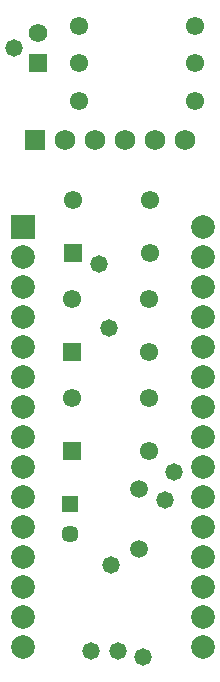
<source format=gbs>
G04*
G04 #@! TF.GenerationSoftware,Altium Limited,Altium Designer,23.2.1 (34)*
G04*
G04 Layer_Color=16711935*
%FSLAX25Y25*%
%MOIN*%
G70*
G04*
G04 #@! TF.SameCoordinates,08813931-105C-4D26-8E83-7783437ACDD9*
G04*
G04*
G04 #@! TF.FilePolarity,Negative*
G04*
G01*
G75*
%ADD19R,0.07887X0.07887*%
%ADD20C,0.07887*%
%ADD21C,0.06115*%
%ADD22C,0.06102*%
%ADD23R,0.06102X0.06102*%
%ADD24C,0.06181*%
%ADD25R,0.06181X0.06181*%
%ADD26R,0.06902X0.06902*%
%ADD27C,0.06902*%
%ADD28R,0.05321X0.05321*%
%ADD29C,0.05721*%
%ADD30C,0.05981*%
%ADD31C,0.05800*%
D19*
X6500Y160500D02*
D03*
D20*
Y150500D02*
D03*
Y140500D02*
D03*
Y130500D02*
D03*
Y120500D02*
D03*
Y110500D02*
D03*
Y100500D02*
D03*
Y90500D02*
D03*
Y80500D02*
D03*
Y70500D02*
D03*
Y60500D02*
D03*
Y50500D02*
D03*
Y40500D02*
D03*
Y30500D02*
D03*
Y20500D02*
D03*
X66500D02*
D03*
Y30500D02*
D03*
Y40500D02*
D03*
Y50500D02*
D03*
Y60500D02*
D03*
Y70500D02*
D03*
Y80500D02*
D03*
Y90500D02*
D03*
Y100500D02*
D03*
Y110500D02*
D03*
Y120500D02*
D03*
Y130500D02*
D03*
Y140500D02*
D03*
Y150500D02*
D03*
Y160500D02*
D03*
D21*
X63791Y202500D02*
D03*
X25209D02*
D03*
X63791Y215000D02*
D03*
X25209D02*
D03*
X63791Y227500D02*
D03*
X25209D02*
D03*
D22*
X48795Y169358D02*
D03*
X23205D02*
D03*
X48795Y151642D02*
D03*
X48295Y136358D02*
D03*
X22705D02*
D03*
X48295Y118642D02*
D03*
Y103358D02*
D03*
X22705D02*
D03*
X48295Y85642D02*
D03*
D23*
X23205Y151642D02*
D03*
X22705Y118642D02*
D03*
Y85642D02*
D03*
D24*
X11500Y225000D02*
D03*
D25*
Y215000D02*
D03*
D26*
X10500Y189500D02*
D03*
D27*
X20500D02*
D03*
X30500D02*
D03*
X40500D02*
D03*
X50500D02*
D03*
X60500D02*
D03*
D28*
X22000Y68000D02*
D03*
D29*
Y58157D02*
D03*
D30*
X45000Y53000D02*
D03*
Y73000D02*
D03*
D31*
X29000Y19000D02*
D03*
X38000D02*
D03*
X35100Y126800D02*
D03*
X46500Y17000D02*
D03*
X31800Y148000D02*
D03*
X53700Y69300D02*
D03*
X56900Y78800D02*
D03*
X35600Y47700D02*
D03*
X3400Y220000D02*
D03*
M02*

</source>
